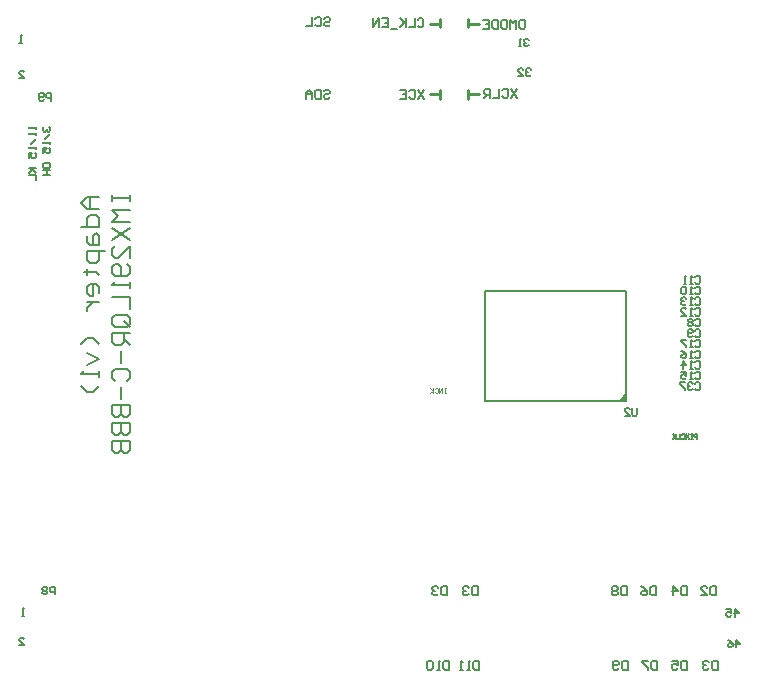
<source format=gbo>
%FSLAX25Y25*%
%MOIN*%
G70*
G01*
G75*
G04 Layer_Color=32896*
%ADD10R,0.02362X0.01969*%
%ADD11R,0.01969X0.02362*%
%ADD12R,0.03937X0.03937*%
%ADD13R,0.02756X0.05118*%
%ADD14O,0.09843X0.02756*%
%ADD15O,0.00984X0.08709*%
%ADD16R,0.02165X0.05709*%
%ADD17R,0.02165X0.05709*%
%ADD18R,0.05709X0.02165*%
%ADD19R,0.05709X0.02165*%
%ADD20R,0.05500X0.05500*%
%ADD21C,0.00600*%
%ADD22C,0.01000*%
%ADD23R,0.04016X0.47795*%
%ADD24R,0.19930X0.02835*%
%ADD25R,0.05709X0.11535*%
%ADD26R,0.11693X0.05748*%
%ADD27R,0.09685X0.11614*%
%ADD28R,0.10354X0.24724*%
%ADD29R,0.03976X0.38622*%
%ADD30R,0.07756X0.05591*%
%ADD31R,0.02795X0.25433*%
%ADD32R,0.11102X0.04685*%
%ADD33R,0.22165X0.17244*%
%ADD34R,0.18858X0.15748*%
%ADD35R,0.03150X0.09449*%
%ADD36R,0.06299X0.06299*%
%ADD37R,0.04331X0.03937*%
%ADD38R,0.14756X0.04150*%
%ADD39C,0.04000*%
%ADD40C,0.05906*%
%ADD41R,0.05906X0.05906*%
%ADD42R,0.06000X0.06000*%
%ADD43C,0.06000*%
%ADD44C,0.02400*%
%ADD45C,0.01181*%
%ADD46C,0.03600*%
%ADD47R,0.06102X0.05512*%
%ADD48C,0.01969*%
%ADD49R,0.06732X0.10591*%
%ADD50R,0.03740X0.01811*%
%ADD51R,0.01614X0.03150*%
%ADD52R,0.01811X0.06772*%
%ADD53R,0.04134X0.15748*%
%ADD54R,0.05118X0.03150*%
%ADD55R,0.10827X0.05079*%
%ADD56R,0.04764X0.03898*%
%ADD57R,0.07559X0.05039*%
%ADD58R,0.07323X0.08110*%
%ADD59R,0.08425X0.10433*%
%ADD60R,0.04882X0.04803*%
%ADD61R,0.07008X0.05315*%
%ADD62R,0.03701X0.18425*%
%ADD63R,0.06299X0.10630*%
%ADD64R,0.04724X0.02362*%
%ADD65R,0.06299X0.01969*%
%ADD66R,0.12165X0.03661*%
%ADD67R,0.14488X0.02402*%
%ADD68R,0.05236X0.01969*%
%ADD69R,0.14724X0.11417*%
%ADD70C,0.00984*%
%ADD71C,0.02362*%
%ADD72C,0.00394*%
%ADD73C,0.00787*%
%ADD74C,0.00100*%
%ADD75C,0.00800*%
%ADD76C,0.00500*%
%ADD77R,0.03162X0.02769*%
%ADD78R,0.02769X0.03162*%
%ADD79R,0.04737X0.04737*%
%ADD80R,0.03556X0.05918*%
%ADD81O,0.10642X0.03556*%
%ADD82O,0.01784X0.09509*%
%ADD83R,0.02965X0.06509*%
%ADD84R,0.02965X0.06509*%
%ADD85R,0.06509X0.02965*%
%ADD86R,0.06509X0.02965*%
%ADD87C,0.04800*%
%ADD88C,0.06706*%
%ADD89R,0.06706X0.06706*%
%ADD90R,0.06400X0.06400*%
%ADD91C,0.06400*%
%ADD92C,0.03200*%
%ADD93C,0.01981*%
%ADD94C,0.04400*%
%ADD95R,0.06902X0.06312*%
%ADD96C,0.02769*%
%ADD97C,0.00400*%
G36*
X204370Y92362D02*
X202280D01*
X204370Y94452D01*
Y92362D01*
D02*
G37*
D22*
X142306Y216776D02*
Y219532D01*
X138763Y217957D02*
X142306D01*
X151695D02*
X155238D01*
X151695Y216776D02*
Y219532D01*
Y193062D02*
Y195818D01*
Y194637D02*
X155238D01*
X142306Y193062D02*
Y195818D01*
X138763Y194637D02*
X142306D01*
D73*
X157126Y92362D02*
X204370D01*
X157126Y128976D02*
X204370D01*
X157126Y92362D02*
Y128976D01*
X204370Y92362D02*
Y128976D01*
X202280Y92362D02*
X204370Y94452D01*
D75*
X12718Y192366D02*
Y194866D01*
X11469D01*
X11052Y194449D01*
Y193616D01*
X11469Y193199D01*
X12718D01*
X10219Y192783D02*
X9803Y192366D01*
X8969D01*
X8553Y192783D01*
Y194449D01*
X8969Y194866D01*
X9803D01*
X10219Y194449D01*
Y194032D01*
X9803Y193616D01*
X8553D01*
X13899Y27799D02*
Y30299D01*
X12650D01*
X12233Y29882D01*
Y29049D01*
X12650Y28632D01*
X13899D01*
X11400Y29882D02*
X10984Y30299D01*
X10150D01*
X9734Y29882D01*
Y29465D01*
X10150Y29049D01*
X9734Y28632D01*
Y28216D01*
X10150Y27799D01*
X10984D01*
X11400Y28216D01*
Y28632D01*
X10984Y29049D01*
X11400Y29465D01*
Y29882D01*
X10984Y29049D02*
X10150D01*
X227260Y115702D02*
X227677Y116119D01*
X228510D01*
X228926Y115702D01*
Y114036D01*
X228510Y113620D01*
X227677D01*
X227260Y114036D01*
X226427D02*
X226010Y113620D01*
X225177D01*
X224761Y114036D01*
Y115702D01*
X225177Y116119D01*
X226010D01*
X226427Y115702D01*
Y115286D01*
X226010Y114869D01*
X224761D01*
X227260Y119246D02*
X227677Y119662D01*
X228510D01*
X228926Y119246D01*
Y117579D01*
X228510Y117163D01*
X227677D01*
X227260Y117579D01*
X226427Y119246D02*
X226010Y119662D01*
X225177D01*
X224761Y119246D01*
Y118829D01*
X225177Y118413D01*
X224761Y117996D01*
Y117579D01*
X225177Y117163D01*
X226010D01*
X226427Y117579D01*
Y117996D01*
X226010Y118413D01*
X226427Y118829D01*
Y119246D01*
X226010Y118413D02*
X225177D01*
X227260Y97986D02*
X227677Y98402D01*
X228510D01*
X228926Y97986D01*
Y96320D01*
X228510Y95903D01*
X227677D01*
X227260Y96320D01*
X226427Y97986D02*
X226010Y98402D01*
X225177D01*
X224761Y97986D01*
Y97569D01*
X225177Y97153D01*
X225594D01*
X225177D01*
X224761Y96736D01*
Y96320D01*
X225177Y95903D01*
X226010D01*
X226427Y96320D01*
X223928Y98402D02*
X222262D01*
Y97986D01*
X223928Y96320D01*
Y95903D01*
X227260Y112159D02*
X227677Y112576D01*
X228510D01*
X228926Y112159D01*
Y110493D01*
X228510Y110076D01*
X227677D01*
X227260Y110493D01*
X226427Y110076D02*
X225594D01*
X226010D01*
Y112576D01*
X226427Y112159D01*
X224344Y112576D02*
X222678D01*
Y112159D01*
X224344Y110493D01*
Y110076D01*
X227260Y108616D02*
X227677Y109032D01*
X228510D01*
X228926Y108616D01*
Y106950D01*
X228510Y106533D01*
X227677D01*
X227260Y106950D01*
X226427Y106533D02*
X225594D01*
X226010D01*
Y109032D01*
X226427Y108616D01*
X222678Y109032D02*
X223511Y108616D01*
X224344Y107783D01*
Y106950D01*
X223928Y106533D01*
X223095D01*
X222678Y106950D01*
Y107366D01*
X223095Y107783D01*
X224344D01*
X227260Y101529D02*
X227677Y101946D01*
X228510D01*
X228926Y101529D01*
Y99863D01*
X228510Y99446D01*
X227677D01*
X227260Y99863D01*
X226427Y99446D02*
X225594D01*
X226010D01*
Y101946D01*
X226427Y101529D01*
X222678Y101946D02*
X224344D01*
Y100696D01*
X223511Y101113D01*
X223095D01*
X222678Y100696D01*
Y99863D01*
X223095Y99446D01*
X223928D01*
X224344Y99863D01*
X227260Y105072D02*
X227677Y105489D01*
X228510D01*
X228926Y105072D01*
Y103406D01*
X228510Y102990D01*
X227677D01*
X227260Y103406D01*
X226427Y102990D02*
X225594D01*
X226010D01*
Y105489D01*
X226427Y105072D01*
X223095Y102990D02*
Y105489D01*
X224344Y104239D01*
X222678D01*
X227260Y126332D02*
X227677Y126749D01*
X228510D01*
X228926Y126332D01*
Y124666D01*
X228510Y124250D01*
X227677D01*
X227260Y124666D01*
X226427Y124250D02*
X225594D01*
X226010D01*
Y126749D01*
X226427Y126332D01*
X224344D02*
X223928Y126749D01*
X223095D01*
X222678Y126332D01*
Y125916D01*
X223095Y125499D01*
X223511D01*
X223095D01*
X222678Y125083D01*
Y124666D01*
X223095Y124250D01*
X223928D01*
X224344Y124666D01*
X227260Y122789D02*
X227677Y123205D01*
X228510D01*
X228926Y122789D01*
Y121123D01*
X228510Y120706D01*
X227677D01*
X227260Y121123D01*
X226427Y120706D02*
X225594D01*
X226010D01*
Y123205D01*
X226427Y122789D01*
X222678Y120706D02*
X224344D01*
X222678Y122372D01*
Y122789D01*
X223095Y123205D01*
X223928D01*
X224344Y122789D01*
X227260Y133419D02*
X227677Y133835D01*
X228510D01*
X228926Y133419D01*
Y131753D01*
X228510Y131336D01*
X227677D01*
X227260Y131753D01*
X226427Y131336D02*
X225594D01*
X226010D01*
Y133835D01*
X226427Y133419D01*
X224344Y131336D02*
X223511D01*
X223928D01*
Y133835D01*
X224344Y133419D01*
X227260Y129876D02*
X227677Y130292D01*
X228510D01*
X228926Y129876D01*
Y128209D01*
X228510Y127793D01*
X227677D01*
X227260Y128209D01*
X226427Y127793D02*
X225594D01*
X226010D01*
Y130292D01*
X226427Y129876D01*
X224344D02*
X223928Y130292D01*
X223095D01*
X222678Y129876D01*
Y128209D01*
X223095Y127793D01*
X223928D01*
X224344Y128209D01*
Y129876D01*
X207953Y89845D02*
Y87762D01*
X207536Y87346D01*
X206703D01*
X206287Y87762D01*
Y89845D01*
X203787Y87346D02*
X205454D01*
X203787Y89012D01*
Y89428D01*
X204204Y89845D01*
X205037D01*
X205454Y89428D01*
X1997Y199847D02*
X3663D01*
X1997Y201513D01*
Y201929D01*
X2413Y202346D01*
X3247D01*
X3663Y201929D01*
X2876Y211658D02*
X2043D01*
X2459D01*
Y214157D01*
X2876Y213740D01*
X171773Y212559D02*
X171357Y212976D01*
X170524D01*
X170107Y212559D01*
Y212143D01*
X170524Y211726D01*
X170940D01*
X170524D01*
X170107Y211310D01*
Y210893D01*
X170524Y210476D01*
X171357D01*
X171773Y210893D01*
X169274Y210476D02*
X168441D01*
X168858D01*
Y212976D01*
X169274Y212559D01*
X172561Y202717D02*
X172144Y203133D01*
X171311D01*
X170895Y202717D01*
Y202300D01*
X171311Y201884D01*
X171728D01*
X171311D01*
X170895Y201467D01*
Y201050D01*
X171311Y200634D01*
X172144D01*
X172561Y201050D01*
X168395Y200634D02*
X170062D01*
X168395Y202300D01*
Y202717D01*
X168812Y203133D01*
X169645D01*
X170062Y202717D01*
X240602Y20319D02*
Y22818D01*
X241852Y21569D01*
X240186D01*
X237687Y22818D02*
X239353D01*
Y21569D01*
X238520Y21985D01*
X238103D01*
X237687Y21569D01*
Y20736D01*
X238103Y20319D01*
X238936D01*
X239353Y20736D01*
X240996Y10108D02*
X241046Y12606D01*
X242270Y11332D01*
X240605Y11365D01*
X238131Y12664D02*
X238955Y12231D01*
X239772Y11382D01*
X239755Y10549D01*
X239331Y10141D01*
X238498Y10157D01*
X238089Y10582D01*
X238098Y10998D01*
X238523Y11406D01*
X239772Y11382D01*
X32828Y160914D02*
Y158914D01*
Y159914D01*
X38826D01*
Y160914D01*
Y158914D01*
Y155915D02*
X32828D01*
X34827Y153916D01*
X32828Y151917D01*
X38826D01*
X32828Y149917D02*
X38826Y145918D01*
X32828D02*
X38826Y149917D01*
Y139920D02*
Y143919D01*
X34827Y139920D01*
X33828D01*
X32828Y140920D01*
Y142919D01*
X33828Y143919D01*
X37826Y137921D02*
X38826Y136921D01*
Y134922D01*
X37826Y133922D01*
X33828D01*
X32828Y134922D01*
Y136921D01*
X33828Y137921D01*
X34827D01*
X35827Y136921D01*
Y133922D01*
X38826Y131923D02*
Y129924D01*
Y130923D01*
X32828D01*
X33828Y131923D01*
X32828Y126925D02*
X38826D01*
Y122926D01*
X37826Y116928D02*
X33828D01*
X32828Y117928D01*
Y119927D01*
X33828Y120926D01*
X37826D01*
X38826Y119927D01*
Y117928D01*
X36827Y118927D02*
X38826Y116928D01*
Y117928D02*
X37826Y116928D01*
X38826Y114928D02*
X32828D01*
Y111929D01*
X33828Y110930D01*
X35827D01*
X36827Y111929D01*
Y114928D01*
Y112929D02*
X38826Y110930D01*
X35827Y108930D02*
Y104932D01*
X33828Y98934D02*
X32828Y99933D01*
Y101933D01*
X33828Y102932D01*
X37826D01*
X38826Y101933D01*
Y99933D01*
X37826Y98934D01*
X35827Y96934D02*
Y92936D01*
X32828Y90936D02*
X38826D01*
Y87937D01*
X37826Y86937D01*
X36827D01*
X35827Y87937D01*
Y90936D01*
Y87937D01*
X34827Y86937D01*
X33828D01*
X32828Y87937D01*
Y90936D01*
Y84938D02*
X38826D01*
Y81939D01*
X37826Y80939D01*
X36827D01*
X35827Y81939D01*
Y84938D01*
Y81939D01*
X34827Y80939D01*
X33828D01*
X32828Y81939D01*
Y84938D01*
Y78940D02*
X38826D01*
Y75941D01*
X37826Y74941D01*
X36827D01*
X35827Y75941D01*
Y78940D01*
Y75941D01*
X34827Y74941D01*
X33828D01*
X32828Y75941D01*
Y78940D01*
X28425Y160276D02*
X24427D01*
X22427Y158276D01*
X24427Y156277D01*
X28425D01*
X25426D01*
Y160276D01*
X22427Y150279D02*
X28425D01*
Y153278D01*
X27426Y154278D01*
X25426D01*
X24427Y153278D01*
Y150279D01*
Y147280D02*
Y145280D01*
X25426Y144281D01*
X28425D01*
Y147280D01*
X27426Y148280D01*
X26426Y147280D01*
Y144281D01*
X30424Y142281D02*
X24427D01*
Y139282D01*
X25426Y138283D01*
X27426D01*
X28425Y139282D01*
Y142281D01*
X23427Y135284D02*
X24427D01*
Y136283D01*
Y134284D01*
Y135284D01*
X27426D01*
X28425Y134284D01*
Y128286D02*
Y130285D01*
X27426Y131285D01*
X25426D01*
X24427Y130285D01*
Y128286D01*
X25426Y127286D01*
X26426D01*
Y131285D01*
X24427Y125287D02*
X28425D01*
X26426D01*
X25426Y124287D01*
X24427Y123288D01*
Y122288D01*
X28425Y111291D02*
X26426Y113291D01*
X24427D01*
X22427Y111291D01*
X24427Y108292D02*
X28425Y106293D01*
X24427Y104294D01*
X28425Y102294D02*
Y100295D01*
Y101295D01*
X22427D01*
X23427Y102294D01*
X28425Y97296D02*
X26426Y95297D01*
X24427D01*
X22427Y97296D01*
X10242Y183705D02*
X9825Y183288D01*
Y182455D01*
X10242Y182039D01*
X10658D01*
X11075Y182455D01*
Y182872D01*
Y182455D01*
X11491Y182039D01*
X11908D01*
X12325Y182455D01*
Y183288D01*
X11908Y183705D01*
X12325Y181206D02*
X10658Y179540D01*
X12325Y178707D02*
Y177873D01*
Y178290D01*
X9825D01*
X10242Y178707D01*
X9825Y174958D02*
Y176624D01*
X11075D01*
X10658Y175791D01*
Y175374D01*
X11075Y174958D01*
X11908D01*
X12325Y175374D01*
Y176207D01*
X11908Y176624D01*
X9825Y170376D02*
Y171209D01*
X10242Y171625D01*
X11908D01*
X12325Y171209D01*
Y170376D01*
X11908Y169959D01*
X10242D01*
X9825Y170376D01*
Y169126D02*
X12325D01*
X11075D01*
Y167460D01*
X9825D01*
X12325D01*
X1997Y10903D02*
X3663Y10870D01*
X2030Y12569D01*
X2039Y12986D01*
X2463Y13394D01*
X3296Y13377D01*
X3704Y12953D01*
X7600Y183705D02*
Y182872D01*
Y183288D01*
X5101D01*
X5517Y183705D01*
X7600Y181622D02*
Y180789D01*
Y181206D01*
X5101D01*
X5517Y181622D01*
X7600Y179540D02*
X5934Y177873D01*
X7600Y177040D02*
Y176207D01*
Y176624D01*
X5101D01*
X5517Y177040D01*
X5101Y173292D02*
Y174958D01*
X6351D01*
X5934Y174125D01*
Y173708D01*
X6351Y173292D01*
X7184D01*
X7600Y173708D01*
Y174541D01*
X7184Y174958D01*
X5101Y169959D02*
X7600D01*
X6767D01*
X5101Y168293D01*
X6351Y169543D01*
X7600Y168293D01*
X5101Y167460D02*
X7600D01*
Y165794D01*
X3728Y20713D02*
X2895D01*
X3312D01*
Y23212D01*
X3728Y22795D01*
D76*
X204844Y5602D02*
Y2602D01*
X203345D01*
X202845Y3102D01*
Y5102D01*
X203345Y5602D01*
X204844D01*
X201845Y3102D02*
X201345Y2602D01*
X200346D01*
X199846Y3102D01*
Y5102D01*
X200346Y5602D01*
X201345D01*
X201845Y5102D01*
Y4602D01*
X201345Y4102D01*
X199846D01*
X214687Y5602D02*
Y2602D01*
X213187D01*
X212687Y3102D01*
Y5102D01*
X213187Y5602D01*
X214687D01*
X211688D02*
X209688D01*
Y5102D01*
X211688Y3102D01*
Y2602D01*
X224529Y5602D02*
Y2602D01*
X223030D01*
X222530Y3102D01*
Y5102D01*
X223030Y5602D01*
X224529D01*
X219531D02*
X221530D01*
Y4102D01*
X220531Y4602D01*
X220031D01*
X219531Y4102D01*
Y3102D01*
X220031Y2602D01*
X221030D01*
X221530Y3102D01*
X169093Y219381D02*
X170092D01*
X170592Y218881D01*
Y216882D01*
X170092Y216382D01*
X169093D01*
X168593Y216882D01*
Y218881D01*
X169093Y219381D01*
X167593Y216382D02*
Y219381D01*
X166594Y218381D01*
X165594Y219381D01*
Y216382D01*
X163095Y219381D02*
X164094D01*
X164594Y218881D01*
Y216882D01*
X164094Y216382D01*
X163095D01*
X162595Y216882D01*
Y218881D01*
X163095Y219381D01*
X161595D02*
Y216382D01*
X160096D01*
X159596Y216882D01*
Y218881D01*
X160096Y219381D01*
X161595D01*
X156597D02*
X158596D01*
Y216382D01*
X156597D01*
X158596Y217882D02*
X157597D01*
X134735Y219275D02*
X135234Y219775D01*
X136234D01*
X136734Y219275D01*
Y217276D01*
X136234Y216776D01*
X135234D01*
X134735Y217276D01*
X133735Y219775D02*
Y216776D01*
X131736D01*
X130736Y219775D02*
Y216776D01*
Y217775D01*
X128737Y219775D01*
X130236Y218275D01*
X128737Y216776D01*
X127737Y216276D02*
X125738D01*
X122739Y219775D02*
X124738D01*
Y216776D01*
X122739D01*
X124738Y218275D02*
X123738D01*
X121739Y216776D02*
Y219775D01*
X119739Y216776D01*
Y219775D01*
X103632Y219669D02*
X104132Y220168D01*
X105132D01*
X105632Y219669D01*
Y219169D01*
X105132Y218669D01*
X104132D01*
X103632Y218169D01*
Y217669D01*
X104132Y217169D01*
X105132D01*
X105632Y217669D01*
X100633Y219669D02*
X101133Y220168D01*
X102133D01*
X102633Y219669D01*
Y217669D01*
X102133Y217169D01*
X101133D01*
X100633Y217669D01*
X99634Y220168D02*
Y217169D01*
X97634D01*
X227992Y79724D02*
Y81224D01*
X227242D01*
X226993Y80974D01*
Y80474D01*
X227242Y80224D01*
X227992D01*
X226493Y81224D02*
X225993D01*
X226243D01*
Y79724D01*
X226493D01*
X225993D01*
X225243Y81224D02*
X224243Y79724D01*
Y81224D02*
X225243Y79724D01*
X222744Y80974D02*
X222994Y81224D01*
X223494D01*
X223744Y80974D01*
Y79974D01*
X223494Y79724D01*
X222994D01*
X222744Y79974D01*
X222244Y81224D02*
Y79724D01*
X221244D01*
X220744Y81224D02*
Y79724D01*
Y80224D01*
X219745Y81224D01*
X220495Y80474D01*
X219745Y79724D01*
X145395Y5602D02*
Y2602D01*
X143896D01*
X143396Y3102D01*
Y5102D01*
X143896Y5602D01*
X145395D01*
X142396Y2602D02*
X141397D01*
X141896D01*
Y5602D01*
X142396Y5102D01*
X139897D02*
X139397Y5602D01*
X138398D01*
X137898Y5102D01*
Y3102D01*
X138398Y2602D01*
X139397D01*
X139897Y3102D01*
Y5102D01*
X155238Y5602D02*
Y2602D01*
X153738D01*
X153239Y3102D01*
Y5102D01*
X153738Y5602D01*
X155238D01*
X152239Y2602D02*
X151239D01*
X151739D01*
Y5602D01*
X152239Y5102D01*
X149740Y2602D02*
X148740D01*
X149240D01*
Y5602D01*
X149740Y5102D01*
X144608Y30405D02*
Y27406D01*
X143108D01*
X142609Y27905D01*
Y29905D01*
X143108Y30405D01*
X144608D01*
X141609Y29905D02*
X141109Y30405D01*
X140109D01*
X139610Y29905D01*
Y29405D01*
X140109Y28905D01*
X140609D01*
X140109D01*
X139610Y28405D01*
Y27905D01*
X140109Y27406D01*
X141109D01*
X141609Y27905D01*
X154844Y30405D02*
Y27406D01*
X153345D01*
X152845Y27905D01*
Y29905D01*
X153345Y30405D01*
X154844D01*
X151845Y29905D02*
X151345Y30405D01*
X150346D01*
X149846Y29905D01*
Y29405D01*
X150346Y28905D01*
X150846D01*
X150346D01*
X149846Y28405D01*
Y27905D01*
X150346Y27406D01*
X151345D01*
X151845Y27905D01*
X234766Y5602D02*
Y2602D01*
X233266D01*
X232766Y3102D01*
Y5102D01*
X233266Y5602D01*
X234766D01*
X231766Y5102D02*
X231267Y5602D01*
X230267D01*
X229767Y5102D01*
Y4602D01*
X230267Y4102D01*
X230767D01*
X230267D01*
X229767Y3602D01*
Y3102D01*
X230267Y2602D01*
X231267D01*
X231766Y3102D01*
X204450Y30405D02*
Y27406D01*
X202951D01*
X202451Y27905D01*
Y29905D01*
X202951Y30405D01*
X204450D01*
X201451Y29905D02*
X200952Y30405D01*
X199952D01*
X199452Y29905D01*
Y29405D01*
X199952Y28905D01*
X199452Y28405D01*
Y27905D01*
X199952Y27406D01*
X200952D01*
X201451Y27905D01*
Y28405D01*
X200952Y28905D01*
X201451Y29405D01*
Y29905D01*
X200952Y28905D02*
X199952D01*
X214293Y30405D02*
Y27406D01*
X212793D01*
X212294Y27905D01*
Y29905D01*
X212793Y30405D01*
X214293D01*
X209295D02*
X210294Y29905D01*
X211294Y28905D01*
Y27905D01*
X210794Y27406D01*
X209794D01*
X209295Y27905D01*
Y28405D01*
X209794Y28905D01*
X211294D01*
X224529Y30405D02*
Y27406D01*
X223030D01*
X222530Y27905D01*
Y29905D01*
X223030Y30405D01*
X224529D01*
X220031Y27406D02*
Y30405D01*
X221530Y28905D01*
X219531D01*
X234372Y30405D02*
Y27406D01*
X232872D01*
X232372Y27905D01*
Y29905D01*
X232872Y30405D01*
X234372D01*
X229373Y27406D02*
X231373D01*
X229373Y29405D01*
Y29905D01*
X229873Y30405D01*
X230873D01*
X231373Y29905D01*
X168038Y196239D02*
X166039Y193239D01*
Y196239D02*
X168038Y193239D01*
X163040Y195739D02*
X163540Y196239D01*
X164540D01*
X165040Y195739D01*
Y193739D01*
X164540Y193239D01*
X163540D01*
X163040Y193739D01*
X162040Y196239D02*
Y193239D01*
X160041D01*
X159041D02*
Y196239D01*
X157542D01*
X157042Y195739D01*
Y194739D01*
X157542Y194239D01*
X159041D01*
X158042D02*
X157042Y193239D01*
X137020Y193053D02*
X135020Y196052D01*
Y193053D02*
X137020Y196052D01*
X132021Y193553D02*
X132521Y193053D01*
X133521D01*
X134021Y193553D01*
Y195552D01*
X133521Y196052D01*
X132521D01*
X132021Y195552D01*
X129022Y193053D02*
X131022D01*
Y196052D01*
X129022D01*
X131022Y194552D02*
X130022D01*
X103506Y195408D02*
X104005Y195908D01*
X105005D01*
X105505Y195408D01*
Y194908D01*
X105005Y194408D01*
X104005D01*
X103506Y193908D01*
Y193409D01*
X104005Y192909D01*
X105005D01*
X105505Y193409D01*
X102506Y195908D02*
Y192909D01*
X101006D01*
X100506Y193409D01*
Y195408D01*
X101006Y195908D01*
X102506D01*
X99507Y192909D02*
Y194908D01*
X98507Y195908D01*
X97507Y194908D01*
Y192909D01*
Y194408D01*
X99507D01*
D97*
X144252Y96460D02*
X143752D01*
X144002D01*
Y94961D01*
X144252D01*
X143752D01*
X143002D02*
Y96460D01*
X142003Y94961D01*
Y96460D01*
X140503Y96210D02*
X140753Y96460D01*
X141253D01*
X141503Y96210D01*
Y95211D01*
X141253Y94961D01*
X140753D01*
X140503Y95211D01*
X140003Y96460D02*
Y94961D01*
Y95460D01*
X139004Y96460D01*
X139753Y95710D01*
X139004Y94961D01*
M02*

</source>
